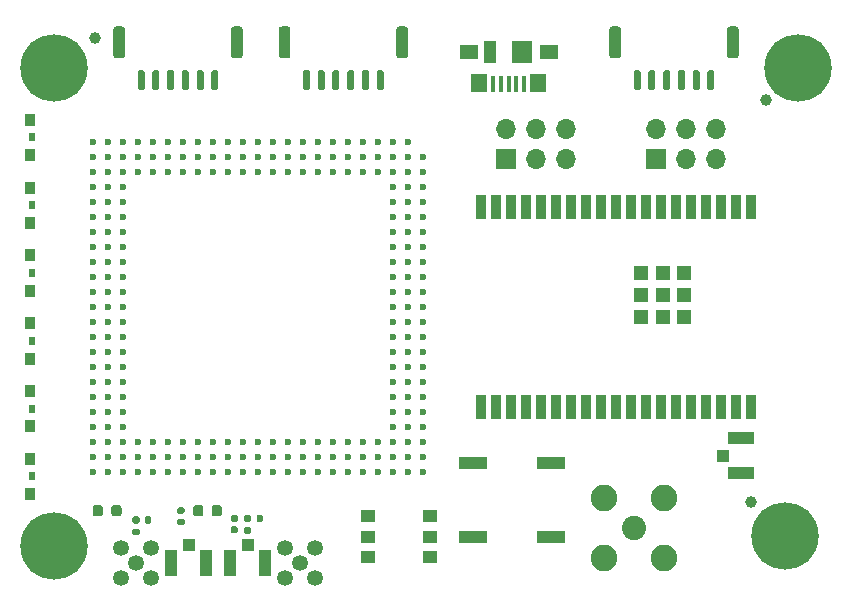
<source format=gbr>
%TF.GenerationSoftware,KiCad,Pcbnew,(5.1.10)-1*%
%TF.CreationDate,2021-08-17T14:43:39+02:00*%
%TF.ProjectId,mowi,6d6f7769-2e6b-4696-9361-645f70636258,v1.0*%
%TF.SameCoordinates,Original*%
%TF.FileFunction,Soldermask,Top*%
%TF.FilePolarity,Negative*%
%FSLAX46Y46*%
G04 Gerber Fmt 4.6, Leading zero omitted, Abs format (unit mm)*
G04 Created by KiCad (PCBNEW (5.1.10)-1) date 2021-08-17 14:43:39*
%MOMM*%
%LPD*%
G01*
G04 APERTURE LIST*
%ADD10R,1.000000X1.900000*%
%ADD11R,1.800000X1.900000*%
%ADD12R,1.650000X1.300000*%
%ADD13R,1.425000X1.550000*%
%ADD14R,0.450000X1.380000*%
%ADD15R,1.300000X1.000000*%
%ADD16R,0.900000X1.000000*%
%ADD17R,0.600000X0.800000*%
%ADD18R,1.700000X1.700000*%
%ADD19O,1.700000X1.700000*%
%ADD20C,1.348000*%
%ADD21C,0.600000*%
%ADD22R,1.300000X1.300000*%
%ADD23R,0.900000X2.000000*%
%ADD24R,2.400000X1.000000*%
%ADD25C,1.000000*%
%ADD26R,1.050000X1.050000*%
%ADD27R,1.050000X2.200000*%
%ADD28R,2.200000X1.050000*%
%ADD29C,2.250000*%
%ADD30C,2.050000*%
%ADD31C,5.700000*%
G04 APERTURE END LIST*
D10*
%TO.C,J7*%
X150450000Y-64690000D03*
D11*
X153150000Y-64690000D03*
D12*
X148625000Y-64690000D03*
X155375000Y-64690000D03*
D13*
X149512500Y-67265000D03*
X154487500Y-67265000D03*
D14*
X150700000Y-67350000D03*
X151350000Y-67350000D03*
X152000000Y-67350000D03*
X152650000Y-67350000D03*
X153300000Y-67350000D03*
%TD*%
D15*
%TO.C,SW1*%
X145350000Y-107450000D03*
X145350000Y-105700000D03*
X145350000Y-103950000D03*
X140050000Y-107450000D03*
X140050000Y-105700000D03*
X140050000Y-103950000D03*
%TD*%
D16*
%TO.C,D7*%
X111450000Y-102100000D03*
X111450000Y-99100000D03*
D17*
X111600000Y-100600000D03*
%TD*%
D16*
%TO.C,D6*%
X111450000Y-96360000D03*
X111450000Y-93360000D03*
D17*
X111600000Y-94860000D03*
%TD*%
D16*
%TO.C,D5*%
X111450000Y-90620000D03*
X111450000Y-87620000D03*
D17*
X111600000Y-89120000D03*
%TD*%
D16*
%TO.C,D4*%
X111450000Y-84880000D03*
X111450000Y-81880000D03*
D17*
X111600000Y-83380000D03*
%TD*%
D16*
%TO.C,D3*%
X111450000Y-79140000D03*
X111450000Y-76140000D03*
D17*
X111600000Y-77640000D03*
%TD*%
D16*
%TO.C,D2*%
X111450000Y-73400000D03*
X111450000Y-70400000D03*
D17*
X111600000Y-71900000D03*
%TD*%
D18*
%TO.C,J10*%
X164510000Y-73715000D03*
D19*
X164510000Y-71175000D03*
X167050000Y-73715000D03*
X167050000Y-71175000D03*
X169590000Y-73715000D03*
X169590000Y-71175000D03*
%TD*%
D18*
%TO.C,J8*%
X151810000Y-73715000D03*
D19*
X151810000Y-71175000D03*
X154350000Y-73715000D03*
X154350000Y-71175000D03*
X156890000Y-73715000D03*
X156890000Y-71175000D03*
%TD*%
D20*
%TO.C,J5*%
X121710000Y-106635000D03*
X119170000Y-106635000D03*
X119170000Y-109175000D03*
X121710000Y-109175000D03*
X120440000Y-107905000D03*
%TD*%
%TO.C,J3*%
X135620000Y-106635000D03*
X133080000Y-106635000D03*
X133080000Y-109175000D03*
X135620000Y-109175000D03*
X134350000Y-107905000D03*
%TD*%
D21*
%TO.C,U23*%
X116780000Y-100220000D03*
X118050000Y-100220000D03*
X119320000Y-100220000D03*
X120590000Y-100220000D03*
X121860000Y-100220000D03*
X123130000Y-100220000D03*
X124400000Y-100220000D03*
X125670000Y-100220000D03*
X126940000Y-100220000D03*
X128210000Y-100220000D03*
X129480000Y-100220000D03*
X130750000Y-100220000D03*
X132020000Y-100220000D03*
X133290000Y-100220000D03*
X134560000Y-100220000D03*
X135830000Y-100220000D03*
X137100000Y-100220000D03*
X138370000Y-100220000D03*
X139640000Y-100220000D03*
X140910000Y-100220000D03*
X142180000Y-100220000D03*
X143450000Y-100220000D03*
X144720000Y-100220000D03*
X116780000Y-98950000D03*
X118050000Y-98950000D03*
X119320000Y-98950000D03*
X120590000Y-98950000D03*
X121860000Y-98950000D03*
X123130000Y-98950000D03*
X124400000Y-98950000D03*
X125670000Y-98950000D03*
X126940000Y-98950000D03*
X128210000Y-98950000D03*
X129480000Y-98950000D03*
X130750000Y-98950000D03*
X132020000Y-98950000D03*
X133290000Y-98950000D03*
X134560000Y-98950000D03*
X135830000Y-98950000D03*
X137100000Y-98950000D03*
X138370000Y-98950000D03*
X139640000Y-98950000D03*
X140910000Y-98950000D03*
X142180000Y-98950000D03*
X143450000Y-98950000D03*
X144720000Y-98950000D03*
X116780000Y-97680000D03*
X118050000Y-97680000D03*
X119320000Y-97680000D03*
X120590000Y-97680000D03*
X121860000Y-97680000D03*
X123130000Y-97680000D03*
X124400000Y-97680000D03*
X125670000Y-97680000D03*
X126940000Y-97680000D03*
X128210000Y-97680000D03*
X129480000Y-97680000D03*
X130750000Y-97680000D03*
X132020000Y-97680000D03*
X133290000Y-97680000D03*
X134560000Y-97680000D03*
X135830000Y-97680000D03*
X137100000Y-97680000D03*
X138370000Y-97680000D03*
X139640000Y-97680000D03*
X140910000Y-97680000D03*
X142180000Y-97680000D03*
X143450000Y-97680000D03*
X144720000Y-97680000D03*
X116780000Y-96410000D03*
X118050000Y-96410000D03*
X119320000Y-96410000D03*
X142180000Y-96410000D03*
X143450000Y-96410000D03*
X144720000Y-96410000D03*
X116780000Y-95140000D03*
X118050000Y-95140000D03*
X119320000Y-95140000D03*
X142180000Y-95140000D03*
X143450000Y-95140000D03*
X144720000Y-95140000D03*
X116780000Y-93870000D03*
X118050000Y-93870000D03*
X119320000Y-93870000D03*
X142180000Y-93870000D03*
X143450000Y-93870000D03*
X144720000Y-93870000D03*
X116780000Y-92600000D03*
X118050000Y-92600000D03*
X119320000Y-92600000D03*
X142180000Y-92600000D03*
X143450000Y-92600000D03*
X144720000Y-92600000D03*
X116780000Y-91330000D03*
X118050000Y-91330000D03*
X119320000Y-91330000D03*
X142180000Y-91330000D03*
X143450000Y-91330000D03*
X144720000Y-91330000D03*
X116780000Y-90060000D03*
X118050000Y-90060000D03*
X119320000Y-90060000D03*
X142180000Y-90060000D03*
X143450000Y-90060000D03*
X144720000Y-90060000D03*
X116780000Y-88790000D03*
X118050000Y-88790000D03*
X119320000Y-88790000D03*
X142180000Y-88790000D03*
X143450000Y-88790000D03*
X144720000Y-88790000D03*
X116780000Y-87520000D03*
X118050000Y-87520000D03*
X119320000Y-87520000D03*
X142180000Y-87520000D03*
X143450000Y-87520000D03*
X144720000Y-87520000D03*
X116780000Y-86250000D03*
X118050000Y-86250000D03*
X119320000Y-86250000D03*
X142180000Y-86250000D03*
X143450000Y-86250000D03*
X144720000Y-86250000D03*
X116780000Y-84980000D03*
X118050000Y-84980000D03*
X119320000Y-84980000D03*
X142180000Y-84980000D03*
X143450000Y-84980000D03*
X144720000Y-84980000D03*
X116780000Y-83710000D03*
X118050000Y-83710000D03*
X119320000Y-83710000D03*
X142180000Y-83710000D03*
X143450000Y-83710000D03*
X144720000Y-83710000D03*
X116780000Y-82440000D03*
X118050000Y-82440000D03*
X119320000Y-82440000D03*
X142180000Y-82440000D03*
X143450000Y-82440000D03*
X144720000Y-82440000D03*
X116780000Y-81170000D03*
X118050000Y-81170000D03*
X119320000Y-81170000D03*
X142180000Y-81170000D03*
X143450000Y-81170000D03*
X144720000Y-81170000D03*
X116780000Y-79900000D03*
X118050000Y-79900000D03*
X119320000Y-79900000D03*
X142180000Y-79900000D03*
X143450000Y-79900000D03*
X144720000Y-79900000D03*
X116780000Y-78630000D03*
X118050000Y-78630000D03*
X119320000Y-78630000D03*
X142180000Y-78630000D03*
X143450000Y-78630000D03*
X144720000Y-78630000D03*
X116780000Y-77360000D03*
X118050000Y-77360000D03*
X119320000Y-77360000D03*
X142180000Y-77360000D03*
X143450000Y-77360000D03*
X144720000Y-77360000D03*
X116780000Y-76090000D03*
X118050000Y-76090000D03*
X119320000Y-76090000D03*
X142180000Y-76090000D03*
X143450000Y-76090000D03*
X144720000Y-76090000D03*
X116780000Y-74820000D03*
X118050000Y-74820000D03*
X119320000Y-74820000D03*
X120590000Y-74820000D03*
X121860000Y-74820000D03*
X123130000Y-74820000D03*
X124400000Y-74820000D03*
X125670000Y-74820000D03*
X126940000Y-74820000D03*
X128210000Y-74820000D03*
X129480000Y-74820000D03*
X130750000Y-74820000D03*
X132020000Y-74820000D03*
X133290000Y-74820000D03*
X134560000Y-74820000D03*
X135830000Y-74820000D03*
X137100000Y-74820000D03*
X138370000Y-74820000D03*
X139640000Y-74820000D03*
X140910000Y-74820000D03*
X142180000Y-74820000D03*
X143450000Y-74820000D03*
X144720000Y-74820000D03*
X116780000Y-73550000D03*
X118050000Y-73550000D03*
X119320000Y-73550000D03*
X120590000Y-73550000D03*
X121860000Y-73550000D03*
X123130000Y-73550000D03*
X124400000Y-73550000D03*
X125670000Y-73550000D03*
X126940000Y-73550000D03*
X128210000Y-73550000D03*
X129480000Y-73550000D03*
X130750000Y-73550000D03*
X132020000Y-73550000D03*
X133290000Y-73550000D03*
X134560000Y-73550000D03*
X135830000Y-73550000D03*
X137100000Y-73550000D03*
X138370000Y-73550000D03*
X139640000Y-73550000D03*
X140910000Y-73550000D03*
X142180000Y-73550000D03*
X143450000Y-73550000D03*
X144720000Y-73550000D03*
X116780000Y-72280000D03*
X118050000Y-72280000D03*
X119320000Y-72280000D03*
X120590000Y-72280000D03*
X121860000Y-72280000D03*
X123130000Y-72280000D03*
X124400000Y-72280000D03*
X125670000Y-72280000D03*
X126940000Y-72280000D03*
X128210000Y-72280000D03*
X129480000Y-72280000D03*
X130750000Y-72280000D03*
X132020000Y-72280000D03*
X133290000Y-72280000D03*
X134560000Y-72280000D03*
X135830000Y-72280000D03*
X137100000Y-72280000D03*
X138370000Y-72280000D03*
X139640000Y-72280000D03*
X140910000Y-72280000D03*
X142180000Y-72280000D03*
X143450000Y-72280000D03*
%TD*%
D22*
%TO.C,U1*%
X166865000Y-87085000D03*
X166865000Y-85250000D03*
X166865000Y-83415000D03*
X165030000Y-87085000D03*
X165030000Y-85250000D03*
X165030000Y-83415000D03*
X163195000Y-87085000D03*
X163195000Y-85250000D03*
X163195000Y-83415000D03*
D23*
X172530000Y-77750000D03*
X171260000Y-77750000D03*
X169990000Y-77750000D03*
X168720000Y-77750000D03*
X167450000Y-77750000D03*
X166180000Y-77750000D03*
X164910000Y-77750000D03*
X163640000Y-77750000D03*
X162370000Y-77750000D03*
X161100000Y-77750000D03*
X159830000Y-77750000D03*
X158560000Y-77750000D03*
X157290000Y-77750000D03*
X156020000Y-77750000D03*
X154750000Y-77750000D03*
X153480000Y-77750000D03*
X152210000Y-77750000D03*
X150940000Y-77750000D03*
X149670000Y-77750000D03*
X149670000Y-94750000D03*
X150940000Y-94750000D03*
X152210000Y-94750000D03*
X153480000Y-94750000D03*
X154750000Y-94750000D03*
X156020000Y-94750000D03*
X157290000Y-94750000D03*
X158560000Y-94750000D03*
X159830000Y-94750000D03*
X161100000Y-94750000D03*
X162370000Y-94750000D03*
X163640000Y-94750000D03*
X164910000Y-94750000D03*
X166180000Y-94750000D03*
X167450000Y-94750000D03*
X168720000Y-94750000D03*
X169990000Y-94750000D03*
X171260000Y-94750000D03*
X172530000Y-94750000D03*
%TD*%
D24*
%TO.C,SW3*%
X155550000Y-105700000D03*
X148950000Y-105700000D03*
%TD*%
%TO.C,SW2*%
X155550000Y-99500000D03*
X148950000Y-99500000D03*
%TD*%
D25*
%TO.C,FID3*%
X172530000Y-102720000D03*
%TD*%
%TO.C,FID2*%
X117000000Y-63500000D03*
%TD*%
%TO.C,FID1*%
X173780000Y-68720000D03*
%TD*%
D26*
%TO.C,J4*%
X129900000Y-106375000D03*
D27*
X128425000Y-107900000D03*
X131375000Y-107900000D03*
%TD*%
D26*
%TO.C,J6*%
X124900000Y-106375000D03*
D27*
X123425000Y-107900000D03*
X126375000Y-107900000D03*
%TD*%
D26*
%TO.C,J1*%
X170175000Y-98825000D03*
D28*
X171700000Y-100300000D03*
X171700000Y-97350000D03*
%TD*%
%TO.C,R14*%
G36*
G01*
X130085000Y-104430000D02*
X129715000Y-104430000D01*
G75*
G02*
X129580000Y-104295000I0J135000D01*
G01*
X129580000Y-104025000D01*
G75*
G02*
X129715000Y-103890000I135000J0D01*
G01*
X130085000Y-103890000D01*
G75*
G02*
X130220000Y-104025000I0J-135000D01*
G01*
X130220000Y-104295000D01*
G75*
G02*
X130085000Y-104430000I-135000J0D01*
G01*
G37*
G36*
G01*
X130085000Y-105450000D02*
X129715000Y-105450000D01*
G75*
G02*
X129580000Y-105315000I0J135000D01*
G01*
X129580000Y-105045000D01*
G75*
G02*
X129715000Y-104910000I135000J0D01*
G01*
X130085000Y-104910000D01*
G75*
G02*
X130220000Y-105045000I0J-135000D01*
G01*
X130220000Y-105315000D01*
G75*
G02*
X130085000Y-105450000I-135000J0D01*
G01*
G37*
%TD*%
%TO.C,R13*%
G36*
G01*
X130170000Y-103975000D02*
X130170000Y-104345000D01*
G75*
G02*
X130035000Y-104480000I-135000J0D01*
G01*
X129765000Y-104480000D01*
G75*
G02*
X129630000Y-104345000I0J135000D01*
G01*
X129630000Y-103975000D01*
G75*
G02*
X129765000Y-103840000I135000J0D01*
G01*
X130035000Y-103840000D01*
G75*
G02*
X130170000Y-103975000I0J-135000D01*
G01*
G37*
G36*
G01*
X131190000Y-103975000D02*
X131190000Y-104345000D01*
G75*
G02*
X131055000Y-104480000I-135000J0D01*
G01*
X130785000Y-104480000D01*
G75*
G02*
X130650000Y-104345000I0J135000D01*
G01*
X130650000Y-103975000D01*
G75*
G02*
X130785000Y-103840000I135000J0D01*
G01*
X131055000Y-103840000D01*
G75*
G02*
X131190000Y-103975000I0J-135000D01*
G01*
G37*
%TD*%
%TO.C,R16*%
G36*
G01*
X120710000Y-104085000D02*
X120710000Y-104455000D01*
G75*
G02*
X120575000Y-104590000I-135000J0D01*
G01*
X120305000Y-104590000D01*
G75*
G02*
X120170000Y-104455000I0J135000D01*
G01*
X120170000Y-104085000D01*
G75*
G02*
X120305000Y-103950000I135000J0D01*
G01*
X120575000Y-103950000D01*
G75*
G02*
X120710000Y-104085000I0J-135000D01*
G01*
G37*
G36*
G01*
X121730000Y-104085000D02*
X121730000Y-104455000D01*
G75*
G02*
X121595000Y-104590000I-135000J0D01*
G01*
X121325000Y-104590000D01*
G75*
G02*
X121190000Y-104455000I0J135000D01*
G01*
X121190000Y-104085000D01*
G75*
G02*
X121325000Y-103950000I135000J0D01*
G01*
X121595000Y-103950000D01*
G75*
G02*
X121730000Y-104085000I0J-135000D01*
G01*
G37*
%TD*%
%TO.C,R15*%
G36*
G01*
X120625000Y-104540000D02*
X120255000Y-104540000D01*
G75*
G02*
X120120000Y-104405000I0J135000D01*
G01*
X120120000Y-104135000D01*
G75*
G02*
X120255000Y-104000000I135000J0D01*
G01*
X120625000Y-104000000D01*
G75*
G02*
X120760000Y-104135000I0J-135000D01*
G01*
X120760000Y-104405000D01*
G75*
G02*
X120625000Y-104540000I-135000J0D01*
G01*
G37*
G36*
G01*
X120625000Y-105560000D02*
X120255000Y-105560000D01*
G75*
G02*
X120120000Y-105425000I0J135000D01*
G01*
X120120000Y-105155000D01*
G75*
G02*
X120255000Y-105020000I135000J0D01*
G01*
X120625000Y-105020000D01*
G75*
G02*
X120760000Y-105155000I0J-135000D01*
G01*
X120760000Y-105425000D01*
G75*
G02*
X120625000Y-105560000I-135000J0D01*
G01*
G37*
%TD*%
%TO.C,L2*%
G36*
G01*
X126850000Y-103756250D02*
X126850000Y-103243750D01*
G75*
G02*
X127068750Y-103025000I218750J0D01*
G01*
X127506250Y-103025000D01*
G75*
G02*
X127725000Y-103243750I0J-218750D01*
G01*
X127725000Y-103756250D01*
G75*
G02*
X127506250Y-103975000I-218750J0D01*
G01*
X127068750Y-103975000D01*
G75*
G02*
X126850000Y-103756250I0J218750D01*
G01*
G37*
G36*
G01*
X125275000Y-103756250D02*
X125275000Y-103243750D01*
G75*
G02*
X125493750Y-103025000I218750J0D01*
G01*
X125931250Y-103025000D01*
G75*
G02*
X126150000Y-103243750I0J-218750D01*
G01*
X126150000Y-103756250D01*
G75*
G02*
X125931250Y-103975000I-218750J0D01*
G01*
X125493750Y-103975000D01*
G75*
G02*
X125275000Y-103756250I0J218750D01*
G01*
G37*
%TD*%
%TO.C,L1*%
G36*
G01*
X118350000Y-103756250D02*
X118350000Y-103243750D01*
G75*
G02*
X118568750Y-103025000I218750J0D01*
G01*
X119006250Y-103025000D01*
G75*
G02*
X119225000Y-103243750I0J-218750D01*
G01*
X119225000Y-103756250D01*
G75*
G02*
X119006250Y-103975000I-218750J0D01*
G01*
X118568750Y-103975000D01*
G75*
G02*
X118350000Y-103756250I0J218750D01*
G01*
G37*
G36*
G01*
X116775000Y-103756250D02*
X116775000Y-103243750D01*
G75*
G02*
X116993750Y-103025000I218750J0D01*
G01*
X117431250Y-103025000D01*
G75*
G02*
X117650000Y-103243750I0J-218750D01*
G01*
X117650000Y-103756250D01*
G75*
G02*
X117431250Y-103975000I-218750J0D01*
G01*
X116993750Y-103975000D01*
G75*
G02*
X116775000Y-103756250I0J218750D01*
G01*
G37*
%TD*%
%TO.C,D1*%
G36*
G01*
X128607500Y-104835000D02*
X128952500Y-104835000D01*
G75*
G02*
X129100000Y-104982500I0J-147500D01*
G01*
X129100000Y-105277500D01*
G75*
G02*
X128952500Y-105425000I-147500J0D01*
G01*
X128607500Y-105425000D01*
G75*
G02*
X128460000Y-105277500I0J147500D01*
G01*
X128460000Y-104982500D01*
G75*
G02*
X128607500Y-104835000I147500J0D01*
G01*
G37*
G36*
G01*
X128607500Y-103865000D02*
X128952500Y-103865000D01*
G75*
G02*
X129100000Y-104012500I0J-147500D01*
G01*
X129100000Y-104307500D01*
G75*
G02*
X128952500Y-104455000I-147500J0D01*
G01*
X128607500Y-104455000D01*
G75*
G02*
X128460000Y-104307500I0J147500D01*
G01*
X128460000Y-104012500D01*
G75*
G02*
X128607500Y-103865000I147500J0D01*
G01*
G37*
%TD*%
%TO.C,C8*%
G36*
G01*
X124080000Y-104180000D02*
X124420000Y-104180000D01*
G75*
G02*
X124560000Y-104320000I0J-140000D01*
G01*
X124560000Y-104600000D01*
G75*
G02*
X124420000Y-104740000I-140000J0D01*
G01*
X124080000Y-104740000D01*
G75*
G02*
X123940000Y-104600000I0J140000D01*
G01*
X123940000Y-104320000D01*
G75*
G02*
X124080000Y-104180000I140000J0D01*
G01*
G37*
G36*
G01*
X124080000Y-103220000D02*
X124420000Y-103220000D01*
G75*
G02*
X124560000Y-103360000I0J-140000D01*
G01*
X124560000Y-103640000D01*
G75*
G02*
X124420000Y-103780000I-140000J0D01*
G01*
X124080000Y-103780000D01*
G75*
G02*
X123940000Y-103640000I0J140000D01*
G01*
X123940000Y-103360000D01*
G75*
G02*
X124080000Y-103220000I140000J0D01*
G01*
G37*
%TD*%
D29*
%TO.C,J2*%
X160085000Y-107470000D03*
X160085000Y-102390000D03*
X165165000Y-102390000D03*
X165165000Y-107470000D03*
D30*
X162625000Y-104930000D03*
%TD*%
%TO.C,J11*%
G36*
G01*
X161525000Y-62750000D02*
X161525000Y-64950000D01*
G75*
G02*
X161275000Y-65200000I-250000J0D01*
G01*
X160775000Y-65200000D01*
G75*
G02*
X160525000Y-64950000I0J250000D01*
G01*
X160525000Y-62750000D01*
G75*
G02*
X160775000Y-62500000I250000J0D01*
G01*
X161275000Y-62500000D01*
G75*
G02*
X161525000Y-62750000I0J-250000D01*
G01*
G37*
G36*
G01*
X171475000Y-62750000D02*
X171475000Y-64950000D01*
G75*
G02*
X171225000Y-65200000I-250000J0D01*
G01*
X170725000Y-65200000D01*
G75*
G02*
X170475000Y-64950000I0J250000D01*
G01*
X170475000Y-62750000D01*
G75*
G02*
X170725000Y-62500000I250000J0D01*
G01*
X171225000Y-62500000D01*
G75*
G02*
X171475000Y-62750000I0J-250000D01*
G01*
G37*
G36*
G01*
X163175000Y-66350000D02*
X163175000Y-67750000D01*
G75*
G02*
X163025000Y-67900000I-150000J0D01*
G01*
X162725000Y-67900000D01*
G75*
G02*
X162575000Y-67750000I0J150000D01*
G01*
X162575000Y-66350000D01*
G75*
G02*
X162725000Y-66200000I150000J0D01*
G01*
X163025000Y-66200000D01*
G75*
G02*
X163175000Y-66350000I0J-150000D01*
G01*
G37*
G36*
G01*
X164425000Y-66350000D02*
X164425000Y-67750000D01*
G75*
G02*
X164275000Y-67900000I-150000J0D01*
G01*
X163975000Y-67900000D01*
G75*
G02*
X163825000Y-67750000I0J150000D01*
G01*
X163825000Y-66350000D01*
G75*
G02*
X163975000Y-66200000I150000J0D01*
G01*
X164275000Y-66200000D01*
G75*
G02*
X164425000Y-66350000I0J-150000D01*
G01*
G37*
G36*
G01*
X165675000Y-66350000D02*
X165675000Y-67750000D01*
G75*
G02*
X165525000Y-67900000I-150000J0D01*
G01*
X165225000Y-67900000D01*
G75*
G02*
X165075000Y-67750000I0J150000D01*
G01*
X165075000Y-66350000D01*
G75*
G02*
X165225000Y-66200000I150000J0D01*
G01*
X165525000Y-66200000D01*
G75*
G02*
X165675000Y-66350000I0J-150000D01*
G01*
G37*
G36*
G01*
X166925000Y-66350000D02*
X166925000Y-67750000D01*
G75*
G02*
X166775000Y-67900000I-150000J0D01*
G01*
X166475000Y-67900000D01*
G75*
G02*
X166325000Y-67750000I0J150000D01*
G01*
X166325000Y-66350000D01*
G75*
G02*
X166475000Y-66200000I150000J0D01*
G01*
X166775000Y-66200000D01*
G75*
G02*
X166925000Y-66350000I0J-150000D01*
G01*
G37*
G36*
G01*
X168175000Y-66350000D02*
X168175000Y-67750000D01*
G75*
G02*
X168025000Y-67900000I-150000J0D01*
G01*
X167725000Y-67900000D01*
G75*
G02*
X167575000Y-67750000I0J150000D01*
G01*
X167575000Y-66350000D01*
G75*
G02*
X167725000Y-66200000I150000J0D01*
G01*
X168025000Y-66200000D01*
G75*
G02*
X168175000Y-66350000I0J-150000D01*
G01*
G37*
G36*
G01*
X169425000Y-66350000D02*
X169425000Y-67750000D01*
G75*
G02*
X169275000Y-67900000I-150000J0D01*
G01*
X168975000Y-67900000D01*
G75*
G02*
X168825000Y-67750000I0J150000D01*
G01*
X168825000Y-66350000D01*
G75*
G02*
X168975000Y-66200000I150000J0D01*
G01*
X169275000Y-66200000D01*
G75*
G02*
X169425000Y-66350000I0J-150000D01*
G01*
G37*
%TD*%
%TO.C,J9*%
G36*
G01*
X133525000Y-62750000D02*
X133525000Y-64950000D01*
G75*
G02*
X133275000Y-65200000I-250000J0D01*
G01*
X132775000Y-65200000D01*
G75*
G02*
X132525000Y-64950000I0J250000D01*
G01*
X132525000Y-62750000D01*
G75*
G02*
X132775000Y-62500000I250000J0D01*
G01*
X133275000Y-62500000D01*
G75*
G02*
X133525000Y-62750000I0J-250000D01*
G01*
G37*
G36*
G01*
X143475000Y-62750000D02*
X143475000Y-64950000D01*
G75*
G02*
X143225000Y-65200000I-250000J0D01*
G01*
X142725000Y-65200000D01*
G75*
G02*
X142475000Y-64950000I0J250000D01*
G01*
X142475000Y-62750000D01*
G75*
G02*
X142725000Y-62500000I250000J0D01*
G01*
X143225000Y-62500000D01*
G75*
G02*
X143475000Y-62750000I0J-250000D01*
G01*
G37*
G36*
G01*
X135175000Y-66350000D02*
X135175000Y-67750000D01*
G75*
G02*
X135025000Y-67900000I-150000J0D01*
G01*
X134725000Y-67900000D01*
G75*
G02*
X134575000Y-67750000I0J150000D01*
G01*
X134575000Y-66350000D01*
G75*
G02*
X134725000Y-66200000I150000J0D01*
G01*
X135025000Y-66200000D01*
G75*
G02*
X135175000Y-66350000I0J-150000D01*
G01*
G37*
G36*
G01*
X136425000Y-66350000D02*
X136425000Y-67750000D01*
G75*
G02*
X136275000Y-67900000I-150000J0D01*
G01*
X135975000Y-67900000D01*
G75*
G02*
X135825000Y-67750000I0J150000D01*
G01*
X135825000Y-66350000D01*
G75*
G02*
X135975000Y-66200000I150000J0D01*
G01*
X136275000Y-66200000D01*
G75*
G02*
X136425000Y-66350000I0J-150000D01*
G01*
G37*
G36*
G01*
X137675000Y-66350000D02*
X137675000Y-67750000D01*
G75*
G02*
X137525000Y-67900000I-150000J0D01*
G01*
X137225000Y-67900000D01*
G75*
G02*
X137075000Y-67750000I0J150000D01*
G01*
X137075000Y-66350000D01*
G75*
G02*
X137225000Y-66200000I150000J0D01*
G01*
X137525000Y-66200000D01*
G75*
G02*
X137675000Y-66350000I0J-150000D01*
G01*
G37*
G36*
G01*
X138925000Y-66350000D02*
X138925000Y-67750000D01*
G75*
G02*
X138775000Y-67900000I-150000J0D01*
G01*
X138475000Y-67900000D01*
G75*
G02*
X138325000Y-67750000I0J150000D01*
G01*
X138325000Y-66350000D01*
G75*
G02*
X138475000Y-66200000I150000J0D01*
G01*
X138775000Y-66200000D01*
G75*
G02*
X138925000Y-66350000I0J-150000D01*
G01*
G37*
G36*
G01*
X140175000Y-66350000D02*
X140175000Y-67750000D01*
G75*
G02*
X140025000Y-67900000I-150000J0D01*
G01*
X139725000Y-67900000D01*
G75*
G02*
X139575000Y-67750000I0J150000D01*
G01*
X139575000Y-66350000D01*
G75*
G02*
X139725000Y-66200000I150000J0D01*
G01*
X140025000Y-66200000D01*
G75*
G02*
X140175000Y-66350000I0J-150000D01*
G01*
G37*
G36*
G01*
X141425000Y-66350000D02*
X141425000Y-67750000D01*
G75*
G02*
X141275000Y-67900000I-150000J0D01*
G01*
X140975000Y-67900000D01*
G75*
G02*
X140825000Y-67750000I0J150000D01*
G01*
X140825000Y-66350000D01*
G75*
G02*
X140975000Y-66200000I150000J0D01*
G01*
X141275000Y-66200000D01*
G75*
G02*
X141425000Y-66350000I0J-150000D01*
G01*
G37*
%TD*%
%TO.C,J14*%
G36*
G01*
X119525000Y-62750000D02*
X119525000Y-64950000D01*
G75*
G02*
X119275000Y-65200000I-250000J0D01*
G01*
X118775000Y-65200000D01*
G75*
G02*
X118525000Y-64950000I0J250000D01*
G01*
X118525000Y-62750000D01*
G75*
G02*
X118775000Y-62500000I250000J0D01*
G01*
X119275000Y-62500000D01*
G75*
G02*
X119525000Y-62750000I0J-250000D01*
G01*
G37*
G36*
G01*
X129475000Y-62750000D02*
X129475000Y-64950000D01*
G75*
G02*
X129225000Y-65200000I-250000J0D01*
G01*
X128725000Y-65200000D01*
G75*
G02*
X128475000Y-64950000I0J250000D01*
G01*
X128475000Y-62750000D01*
G75*
G02*
X128725000Y-62500000I250000J0D01*
G01*
X129225000Y-62500000D01*
G75*
G02*
X129475000Y-62750000I0J-250000D01*
G01*
G37*
G36*
G01*
X121175000Y-66350000D02*
X121175000Y-67750000D01*
G75*
G02*
X121025000Y-67900000I-150000J0D01*
G01*
X120725000Y-67900000D01*
G75*
G02*
X120575000Y-67750000I0J150000D01*
G01*
X120575000Y-66350000D01*
G75*
G02*
X120725000Y-66200000I150000J0D01*
G01*
X121025000Y-66200000D01*
G75*
G02*
X121175000Y-66350000I0J-150000D01*
G01*
G37*
G36*
G01*
X122425000Y-66350000D02*
X122425000Y-67750000D01*
G75*
G02*
X122275000Y-67900000I-150000J0D01*
G01*
X121975000Y-67900000D01*
G75*
G02*
X121825000Y-67750000I0J150000D01*
G01*
X121825000Y-66350000D01*
G75*
G02*
X121975000Y-66200000I150000J0D01*
G01*
X122275000Y-66200000D01*
G75*
G02*
X122425000Y-66350000I0J-150000D01*
G01*
G37*
G36*
G01*
X123675000Y-66350000D02*
X123675000Y-67750000D01*
G75*
G02*
X123525000Y-67900000I-150000J0D01*
G01*
X123225000Y-67900000D01*
G75*
G02*
X123075000Y-67750000I0J150000D01*
G01*
X123075000Y-66350000D01*
G75*
G02*
X123225000Y-66200000I150000J0D01*
G01*
X123525000Y-66200000D01*
G75*
G02*
X123675000Y-66350000I0J-150000D01*
G01*
G37*
G36*
G01*
X124925000Y-66350000D02*
X124925000Y-67750000D01*
G75*
G02*
X124775000Y-67900000I-150000J0D01*
G01*
X124475000Y-67900000D01*
G75*
G02*
X124325000Y-67750000I0J150000D01*
G01*
X124325000Y-66350000D01*
G75*
G02*
X124475000Y-66200000I150000J0D01*
G01*
X124775000Y-66200000D01*
G75*
G02*
X124925000Y-66350000I0J-150000D01*
G01*
G37*
G36*
G01*
X126175000Y-66350000D02*
X126175000Y-67750000D01*
G75*
G02*
X126025000Y-67900000I-150000J0D01*
G01*
X125725000Y-67900000D01*
G75*
G02*
X125575000Y-67750000I0J150000D01*
G01*
X125575000Y-66350000D01*
G75*
G02*
X125725000Y-66200000I150000J0D01*
G01*
X126025000Y-66200000D01*
G75*
G02*
X126175000Y-66350000I0J-150000D01*
G01*
G37*
G36*
G01*
X127425000Y-66350000D02*
X127425000Y-67750000D01*
G75*
G02*
X127275000Y-67900000I-150000J0D01*
G01*
X126975000Y-67900000D01*
G75*
G02*
X126825000Y-67750000I0J150000D01*
G01*
X126825000Y-66350000D01*
G75*
G02*
X126975000Y-66200000I150000J0D01*
G01*
X127275000Y-66200000D01*
G75*
G02*
X127425000Y-66350000I0J-150000D01*
G01*
G37*
%TD*%
D31*
%TO.C,MH4*%
X175400000Y-105600000D03*
%TD*%
%TO.C,MH3*%
X113500000Y-106500000D03*
%TD*%
%TO.C,MH2*%
X113500000Y-66000000D03*
%TD*%
%TO.C,MH1*%
X176500000Y-66000000D03*
%TD*%
M02*

</source>
